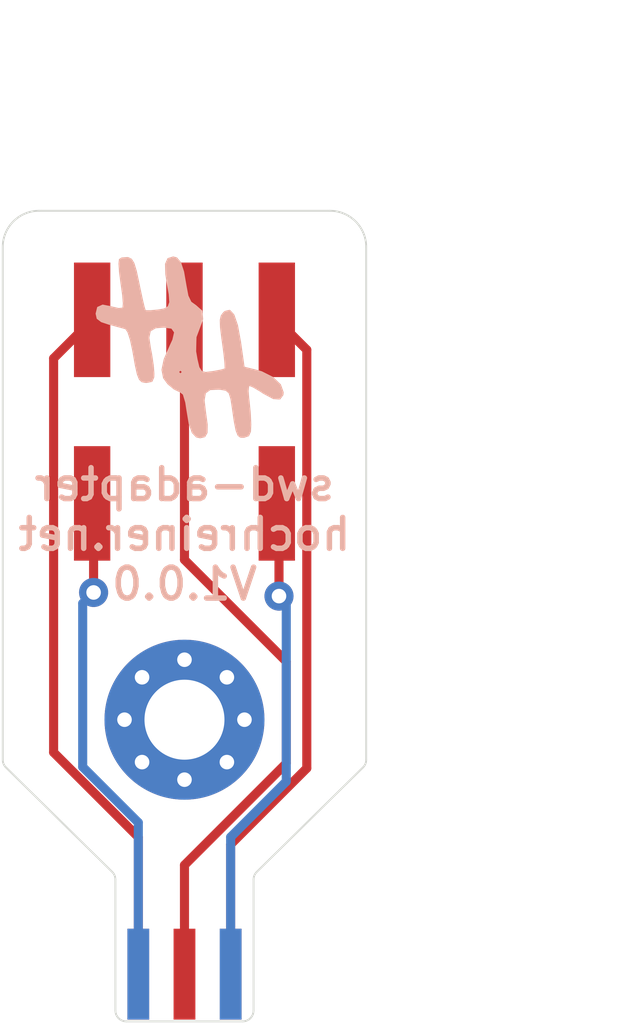
<source format=kicad_pcb>
(kicad_pcb (version 20171130) (host pcbnew 5.1.10-1.fc34)

  (general
    (thickness 0.8)
    (drawings 20)
    (tracks 27)
    (zones 0)
    (modules 4)
    (nets 6)
  )

  (page A4)
  (layers
    (0 F.Cu signal)
    (31 B.Cu signal)
    (32 B.Adhes user)
    (33 F.Adhes user)
    (34 B.Paste user)
    (35 F.Paste user)
    (36 B.SilkS user)
    (37 F.SilkS user)
    (38 B.Mask user)
    (39 F.Mask user)
    (40 Dwgs.User user)
    (41 Cmts.User user)
    (42 Eco1.User user)
    (43 Eco2.User user)
    (44 Edge.Cuts user)
    (45 Margin user)
    (46 B.CrtYd user)
    (47 F.CrtYd user)
    (48 B.Fab user)
    (49 F.Fab user hide)
  )

  (setup
    (last_trace_width 0.25)
    (trace_clearance 0.2)
    (zone_clearance 0.508)
    (zone_45_only no)
    (trace_min 0.2)
    (via_size 0.8)
    (via_drill 0.4)
    (via_min_size 0.4)
    (via_min_drill 0.3)
    (uvia_size 0.3)
    (uvia_drill 0.1)
    (uvias_allowed no)
    (uvia_min_size 0.2)
    (uvia_min_drill 0.1)
    (edge_width 0.05)
    (segment_width 0.2)
    (pcb_text_width 0.3)
    (pcb_text_size 1.5 1.5)
    (mod_edge_width 0.12)
    (mod_text_size 1 1)
    (mod_text_width 0.15)
    (pad_size 1.524 1.524)
    (pad_drill 0.762)
    (pad_to_mask_clearance 0)
    (aux_axis_origin 0 0)
    (visible_elements FFFFFF7F)
    (pcbplotparams
      (layerselection 0x010fc_ffffffff)
      (usegerberextensions false)
      (usegerberattributes true)
      (usegerberadvancedattributes true)
      (creategerberjobfile true)
      (excludeedgelayer true)
      (linewidth 0.100000)
      (plotframeref false)
      (viasonmask false)
      (mode 1)
      (useauxorigin false)
      (hpglpennumber 1)
      (hpglpenspeed 20)
      (hpglpendiameter 15.000000)
      (psnegative false)
      (psa4output false)
      (plotreference true)
      (plotvalue true)
      (plotinvisibletext false)
      (padsonsilk false)
      (subtractmaskfromsilk false)
      (outputformat 1)
      (mirror false)
      (drillshape 1)
      (scaleselection 1)
      (outputdirectory ""))
  )

  (net 0 "")
  (net 1 "Net-(SW1-Pad5)")
  (net 2 "Net-(SW1-Pad1)")
  (net 3 "Net-(SW1-Pad2)")
  (net 4 "Net-(SW1-Pad4)")
  (net 5 "Net-(SW1-Pad6)")

  (net_class Default "This is the default net class."
    (clearance 0.2)
    (trace_width 0.25)
    (via_dia 0.8)
    (via_drill 0.4)
    (uvia_dia 0.3)
    (uvia_drill 0.1)
    (add_net "Net-(SW1-Pad1)")
    (add_net "Net-(SW1-Pad2)")
    (add_net "Net-(SW1-Pad4)")
    (add_net "Net-(SW1-Pad5)")
    (add_net "Net-(SW1-Pad6)")
  )

  (module HH_Hochreiner:logo_small (layer B.Cu) (tedit 0) (tstamp 60BA7A6D)
    (at 160.1 92.8)
    (path /60BA8B88)
    (fp_text reference L1 (at 0 0) (layer B.SilkS) hide
      (effects (font (size 1.524 1.524) (thickness 0.3)) (justify mirror))
    )
    (fp_text value Logo_small (at 0.75 0) (layer B.SilkS) hide
      (effects (font (size 1.524 1.524) (thickness 0.3)) (justify mirror))
    )
    (fp_poly (pts (xy 0.465236 2.422948) (xy 0.530842 2.307894) (xy 0.535277 2.083323) (xy 0.488182 1.744091)
      (xy 0.449184 1.414977) (xy 0.483155 1.21879) (xy 0.607437 1.128527) (xy 0.839369 1.117181)
      (xy 0.888292 1.120943) (xy 1.034953 1.145814) (xy 1.119274 1.216667) (xy 1.16936 1.376768)
      (xy 1.205097 1.608667) (xy 1.261547 1.997054) (xy 1.311193 2.245814) (xy 1.365873 2.383621)
      (xy 1.437426 2.439153) (xy 1.537691 2.441086) (xy 1.548159 2.439663) (xy 1.670976 2.395075)
      (xy 1.724311 2.275301) (xy 1.733929 2.074333) (xy 1.718958 1.755685) (xy 1.684542 1.418485)
      (xy 1.678485 1.375833) (xy 1.659278 1.157547) (xy 1.673899 1.029785) (xy 1.689574 1.016)
      (xy 1.793147 1.059839) (xy 1.979341 1.170519) (xy 2.073446 1.232532) (xy 2.344007 1.376859)
      (xy 2.528326 1.388556) (xy 2.617537 1.268285) (xy 2.624666 1.191289) (xy 2.546366 0.97609)
      (xy 2.335579 0.776082) (xy 2.028479 0.621567) (xy 1.897118 0.58185) (xy 1.548405 0.494043)
      (xy 1.450957 -0.195033) (xy 1.36686 -0.652349) (xy 1.266485 -0.943845) (xy 1.148104 -1.072411)
      (xy 1.00999 -1.040933) (xy 0.96731 -1.003596) (xy 0.903475 -0.917057) (xy 0.875335 -0.795063)
      (xy 0.881333 -0.597439) (xy 0.919911 -0.284012) (xy 0.935275 -0.177307) (xy 0.978243 0.143689)
      (xy 1.004097 0.392744) (xy 1.008864 0.52895) (xy 1.005131 0.542163) (xy 0.908912 0.571095)
      (xy 0.711038 0.608916) (xy 0.659985 0.617074) (xy 0.482334 0.638073) (xy 0.372912 0.611242)
      (xy 0.305357 0.503871) (xy 0.253302 0.283253) (xy 0.215665 0.065859) (xy 0.225584 -0.322831)
      (xy 0.292939 -0.501437) (xy 0.410131 -0.819539) (xy 0.385195 -1.049988) (xy 0.218148 -1.197785)
      (xy 0.084349 -1.294268) (xy 0.0032 -1.463689) (xy -0.046372 -1.725137) (xy -0.116624 -2.128753)
      (xy -0.201185 -2.384425) (xy -0.309628 -2.513477) (xy -0.41218 -2.54) (xy -0.562351 -2.492387)
      (xy -0.631205 -2.337165) (xy -0.623541 -2.055759) (xy -0.590322 -1.850298) (xy -0.529243 -1.502146)
      (xy -0.51428 -1.285113) (xy -0.555939 -1.164773) (xy -0.664725 -1.106698) (xy -0.8255 -1.079612)
      (xy -1.037366 -1.059647) (xy -1.161832 -1.060095) (xy -1.171484 -1.063555) (xy -1.199854 -1.151556)
      (xy -1.250898 -1.365911) (xy -1.315337 -1.66668) (xy -1.340817 -1.792372) (xy -1.416332 -2.14261)
      (xy -1.481492 -2.35844) (xy -1.550922 -2.472933) (xy -1.639244 -2.519162) (xy -1.664178 -2.523675)
      (xy -1.831716 -2.510453) (xy -1.898698 -2.465531) (xy -1.911383 -2.345401) (xy -1.895812 -2.108526)
      (xy -1.855393 -1.804509) (xy -1.851704 -1.781894) (xy -1.809677 -1.481087) (xy -1.791653 -1.249955)
      (xy -1.801075 -1.134815) (xy -1.803363 -1.131749) (xy -1.910934 -1.120144) (xy -2.091179 -1.162591)
      (xy -2.350877 -1.214948) (xy -2.496661 -1.148507) (xy -2.54 -0.97001) (xy -2.509262 -0.832035)
      (xy -2.388927 -0.740219) (xy -2.180167 -0.671062) (xy -1.937294 -0.605061) (xy -1.759048 -0.55656)
      (xy -1.72431 -0.547085) (xy -1.663252 -0.456472) (xy -1.594265 -0.24347) (xy -1.531952 0.046481)
      (xy -1.530137 0.057079) (xy -1.461106 0.447524) (xy -1.404459 0.70036) (xy -1.346828 0.845341)
      (xy -1.274842 0.912221) (xy -1.175131 0.930753) (xy -1.137295 0.931333) (xy -0.988934 0.90216)
      (xy -0.935523 0.780857) (xy -0.931334 0.681501) (xy -0.949438 0.450069) (xy -0.995394 0.145989)
      (xy -1.025257 -0.006281) (xy -1.070771 -0.310006) (xy -1.032778 -0.488073) (xy -0.891964 -0.571518)
      (xy -0.661164 -0.59137) (xy -0.456718 -0.561522) (xy -0.381362 -0.455258) (xy -0.428031 -0.252126)
      (xy -0.494466 -0.108737) (xy -0.666306 0.281572) (xy -0.728609 0.575469) (xy -0.716801 0.635)
      (xy -0.254 0.635) (xy -0.211667 0.592667) (xy -0.169334 0.635) (xy -0.211667 0.677333)
      (xy -0.254 0.635) (xy -0.716801 0.635) (xy -0.683271 0.804038) (xy -0.560391 0.971307)
      (xy -0.384778 1.115248) (xy -0.238287 1.184288) (xy -0.225271 1.185334) (xy -0.139672 1.254628)
      (xy -0.074349 1.47148) (xy -0.043524 1.672167) (xy 0.021738 2.064222) (xy 0.106951 2.309823)
      (xy 0.222986 2.431607) (xy 0.332587 2.455333) (xy 0.465236 2.422948)) (layer B.SilkS) (width 0.01))
  )

  (module MountingHole:MountingHole_2.2mm_M2_Pad_Via (layer F.Cu) (tedit 56DDB9C7) (tstamp 60BA77B6)
    (at 160 103)
    (descr "Mounting Hole 2.2mm, M2")
    (tags "mounting hole 2.2mm m2")
    (path /60BA7420)
    (attr virtual)
    (fp_text reference H1 (at 0 -3.2) (layer F.SilkS) hide
      (effects (font (size 1 1) (thickness 0.15)))
    )
    (fp_text value MountingHole (at 0 3.2) (layer F.Fab)
      (effects (font (size 1 1) (thickness 0.15)))
    )
    (fp_text user %R (at 0.3 0) (layer F.Fab)
      (effects (font (size 1 1) (thickness 0.15)))
    )
    (fp_circle (center 0 0) (end 2.2 0) (layer Cmts.User) (width 0.15))
    (fp_circle (center 0 0) (end 2.45 0) (layer F.CrtYd) (width 0.05))
    (pad 1 thru_hole circle (at 1.166726 -1.166726) (size 0.7 0.7) (drill 0.4) (layers *.Cu *.Mask))
    (pad 1 thru_hole circle (at 0 -1.65) (size 0.7 0.7) (drill 0.4) (layers *.Cu *.Mask))
    (pad 1 thru_hole circle (at -1.166726 -1.166726) (size 0.7 0.7) (drill 0.4) (layers *.Cu *.Mask))
    (pad 1 thru_hole circle (at -1.65 0) (size 0.7 0.7) (drill 0.4) (layers *.Cu *.Mask))
    (pad 1 thru_hole circle (at -1.166726 1.166726) (size 0.7 0.7) (drill 0.4) (layers *.Cu *.Mask))
    (pad 1 thru_hole circle (at 0 1.65) (size 0.7 0.7) (drill 0.4) (layers *.Cu *.Mask))
    (pad 1 thru_hole circle (at 1.166726 1.166726) (size 0.7 0.7) (drill 0.4) (layers *.Cu *.Mask))
    (pad 1 thru_hole circle (at 1.65 0) (size 0.7 0.7) (drill 0.4) (layers *.Cu *.Mask))
    (pad 1 thru_hole circle (at 0 0) (size 4.4 4.4) (drill 2.2) (layers *.Cu *.Mask))
  )

  (module swd-adapter:swd_connector_1_27 (layer F.Cu) (tedit 60BA1D58) (tstamp 60BA76B0)
    (at 160 110)
    (path /60BA46A6)
    (fp_text reference SW2 (at 0 4.8) (layer F.SilkS) hide
      (effects (font (size 1 1) (thickness 0.15)))
    )
    (fp_text value swd_connector_1_27 (at 0 -4.7) (layer F.Fab)
      (effects (font (size 1 1) (thickness 0.15)))
    )
    (pad 5 smd rect (at 1.27 0) (size 0.6 2.5) (layers B.Cu B.Paste B.Mask)
      (net 1 "Net-(SW1-Pad5)"))
    (pad 2 smd rect (at -1.27 0) (size 0.6 2.5) (layers F.Cu F.Paste F.Mask)
      (net 3 "Net-(SW1-Pad2)"))
    (pad 6 smd rect (at 1.27 0) (size 0.6 2.5) (layers F.Cu F.Paste F.Mask)
      (net 5 "Net-(SW1-Pad6)"))
    (pad 1 smd rect (at -1.27 0) (size 0.6 2.5) (layers B.Cu B.Paste B.Mask)
      (net 2 "Net-(SW1-Pad1)"))
    (pad 4 smd rect (at 0 0) (size 0.6 2.5) (layers F.Cu F.Paste F.Mask)
      (net 4 "Net-(SW1-Pad4)"))
    (model /home/hannes/Repository/swd-adapter/freecad/swd_connector_1_27.step
      (at (xyz 0 0 0))
      (scale (xyz 1 1 1))
      (rotate (xyz 0 0 90))
    )
  )

  (module swd-adapter:swd_connector_2_54 (layer F.Cu) (tedit 60BA3A8F) (tstamp 60BA76A7)
    (at 160 94.525)
    (path /60BA514E)
    (fp_text reference SW1 (at 0 6.3) (layer F.SilkS) hide
      (effects (font (size 1 1) (thickness 0.15)))
    )
    (fp_text value swd_connector_2_45 (at 0 -5.1) (layer F.Fab)
      (effects (font (size 1 1) (thickness 0.15)))
    )
    (pad 5 smd rect (at 2.54 2.525) (size 1 3.15) (layers F.Cu F.Paste F.Mask)
      (net 1 "Net-(SW1-Pad5)"))
    (pad 1 smd rect (at -2.54 2.525) (size 1 3.15) (layers F.Cu F.Paste F.Mask)
      (net 2 "Net-(SW1-Pad1)"))
    (pad 6 smd rect (at 2.54 -2.525) (size 1 3.15) (layers F.Cu F.Paste F.Mask)
      (net 5 "Net-(SW1-Pad6)"))
    (pad 2 smd rect (at -2.54 -2.525) (size 1 3.15) (layers F.Cu F.Paste F.Mask)
      (net 3 "Net-(SW1-Pad2)"))
    (pad 4 smd rect (at 0 -2.525) (size 1 3.15) (layers F.Cu F.Paste F.Mask)
      (net 4 "Net-(SW1-Pad4)"))
    (model /home/hannes/Repository/swd-adapter/freecad/swd_connector_2_54.step
      (at (xyz 0 0 0))
      (scale (xyz 1 1 1))
      (rotate (xyz 0 0 0))
    )
  )

  (gr_text "swd-adapter\nhochreiner.net\nV1.0.0" (at 160 97.9) (layer B.SilkS)
    (effects (font (size 0.85 0.85) (thickness 0.15)) (justify mirror))
  )
  (dimension 10 (width 0.15) (layer Dwgs.User)
    (gr_text "10.000 mm" (at 160 83.9) (layer Dwgs.User)
      (effects (font (size 1 1) (thickness 0.15)))
    )
    (feature1 (pts (xy 155 88.999999) (xy 155 84.613579)))
    (feature2 (pts (xy 165 88.999999) (xy 165 84.613579)))
    (crossbar (pts (xy 165 85.2) (xy 155 85.2)))
    (arrow1a (pts (xy 155 85.2) (xy 156.126504 84.613579)))
    (arrow1b (pts (xy 155 85.2) (xy 156.126504 85.786421)))
    (arrow2a (pts (xy 165 85.2) (xy 163.873496 84.613579)))
    (arrow2b (pts (xy 165 85.2) (xy 163.873496 85.786421)))
  )
  (dimension 18.3 (width 0.15) (layer Dwgs.User) (tstamp 60BA78E2)
    (gr_text "18.300 mm" (at 170.8 98.15 90) (layer Dwgs.User) (tstamp 60BA78E3)
      (effects (font (size 1 1) (thickness 0.15)))
    )
    (feature1 (pts (xy 165 89) (xy 170.086421 89)))
    (feature2 (pts (xy 165 107.3) (xy 170.086421 107.3)))
    (crossbar (pts (xy 169.5 107.3) (xy 169.5 89)))
    (arrow1a (pts (xy 169.5 89) (xy 170.086421 90.126504)))
    (arrow1b (pts (xy 169.5 89) (xy 168.913579 90.126504)))
    (arrow2a (pts (xy 169.5 107.3) (xy 170.086421 106.173496)))
    (arrow2b (pts (xy 169.5 107.3) (xy 168.913579 106.173496)))
  )
  (dimension 4 (width 0.15) (layer Dwgs.User)
    (gr_text "4.000 mm" (at 170.8 109.3 90) (layer Dwgs.User)
      (effects (font (size 1 1) (thickness 0.15)))
    )
    (feature1 (pts (xy 162.2 107.3) (xy 170.086421 107.3)))
    (feature2 (pts (xy 162.2 111.3) (xy 170.086421 111.3)))
    (crossbar (pts (xy 169.5 111.3) (xy 169.5 107.3)))
    (arrow1a (pts (xy 169.5 107.3) (xy 170.086421 108.426504)))
    (arrow1b (pts (xy 169.5 107.3) (xy 168.913579 108.426504)))
    (arrow2a (pts (xy 169.5 111.3) (xy 170.086421 110.173496)))
    (arrow2b (pts (xy 169.5 111.3) (xy 168.913579 110.173496)))
  )
  (gr_arc (start 157.8 107.4) (end 158.1 107.4) (angle -45) (layer Edge.Cuts) (width 0.05) (tstamp 60BA7851))
  (gr_line (start 155 104.1) (end 155 90) (layer Edge.Cuts) (width 0.05) (tstamp 60BA7850))
  (gr_arc (start 156 90) (end 155 90) (angle 90) (layer Edge.Cuts) (width 0.05) (tstamp 60BA784F))
  (gr_line (start 158.012132 107.187868) (end 155.087868 104.312132) (layer Edge.Cuts) (width 0.05) (tstamp 60BA784E))
  (gr_arc (start 155.3 104.1) (end 155 104.1) (angle -45) (layer Edge.Cuts) (width 0.05) (tstamp 60BA784D))
  (gr_line (start 164 89) (end 156 89) (layer Edge.Cuts) (width 0.05))
  (gr_arc (start 164 90) (end 165 90) (angle -90) (layer Edge.Cuts) (width 0.05))
  (gr_arc (start 164.7 104.1) (end 165 104.1) (angle 45) (layer Edge.Cuts) (width 0.05))
  (gr_line (start 161.987868 107.187868) (end 164.912132 104.312132) (layer Edge.Cuts) (width 0.05))
  (gr_line (start 165 104.1) (end 165 90) (layer Edge.Cuts) (width 0.05))
  (gr_arc (start 162.2 107.4) (end 161.9 107.4) (angle 45) (layer Edge.Cuts) (width 0.05))
  (gr_arc (start 158.4 111) (end 158.1 111) (angle -90) (layer Edge.Cuts) (width 0.05))
  (gr_arc (start 161.6 111) (end 161.6 111.3) (angle -90) (layer Edge.Cuts) (width 0.05))
  (gr_line (start 158.1 111) (end 158.1 107.4) (layer Edge.Cuts) (width 0.05))
  (gr_line (start 161.9 111) (end 161.9 107.4) (layer Edge.Cuts) (width 0.05))
  (gr_line (start 158.4 111.3) (end 161.6 111.3) (layer Edge.Cuts) (width 0.05))

  (via (at 162.6 99.6) (size 0.8) (drill 0.4) (layers F.Cu B.Cu) (net 1))
  (segment (start 162.6 97.11) (end 162.54 97.05) (width 0.25) (layer F.Cu) (net 1))
  (segment (start 162.6 99.6) (end 162.6 97.11) (width 0.25) (layer F.Cu) (net 1))
  (segment (start 162.8 99.8) (end 162.6 99.6) (width 0.25) (layer B.Cu) (net 1))
  (segment (start 162.8 104.7) (end 162.8 99.8) (width 0.25) (layer B.Cu) (net 1))
  (segment (start 161.27 106.23) (end 162.8 104.7) (width 0.25) (layer B.Cu) (net 1))
  (segment (start 161.27 110) (end 161.27 106.23) (width 0.25) (layer B.Cu) (net 1))
  (via (at 157.5 99.5) (size 0.8) (drill 0.4) (layers F.Cu B.Cu) (net 2))
  (segment (start 157.5 97.09) (end 157.46 97.05) (width 0.25) (layer F.Cu) (net 2))
  (segment (start 157.5 99.5) (end 157.5 97.09) (width 0.25) (layer F.Cu) (net 2))
  (segment (start 157.2 104.3) (end 157.2 99.8) (width 0.25) (layer B.Cu) (net 2))
  (segment (start 157.2 99.8) (end 157.5 99.5) (width 0.25) (layer B.Cu) (net 2))
  (segment (start 158.73 105.83) (end 157.2 104.3) (width 0.25) (layer B.Cu) (net 2))
  (segment (start 158.73 110) (end 158.73 105.83) (width 0.25) (layer B.Cu) (net 2))
  (segment (start 156.4 93.06) (end 157.46 92) (width 0.25) (layer F.Cu) (net 3))
  (segment (start 156.4 103.9) (end 156.4 93.06) (width 0.25) (layer F.Cu) (net 3))
  (segment (start 158.73 106.23) (end 156.4 103.9) (width 0.25) (layer F.Cu) (net 3))
  (segment (start 158.73 110) (end 158.73 106.23) (width 0.25) (layer F.Cu) (net 3))
  (segment (start 160 98.6) (end 160 92) (width 0.25) (layer F.Cu) (net 4))
  (segment (start 162.8 104.2) (end 162.8 101.4) (width 0.25) (layer F.Cu) (net 4))
  (segment (start 162.8 101.4) (end 160 98.6) (width 0.25) (layer F.Cu) (net 4))
  (segment (start 160 107) (end 162.8 104.2) (width 0.25) (layer F.Cu) (net 4))
  (segment (start 160 110) (end 160 107) (width 0.25) (layer F.Cu) (net 4))
  (segment (start 163.365001 92.825001) (end 162.54 92) (width 0.25) (layer F.Cu) (net 5))
  (segment (start 163.365001 104.334999) (end 163.365001 92.825001) (width 0.25) (layer F.Cu) (net 5))
  (segment (start 161.27 106.43) (end 163.365001 104.334999) (width 0.25) (layer F.Cu) (net 5))
  (segment (start 161.27 110) (end 161.27 106.43) (width 0.25) (layer F.Cu) (net 5))

)

</source>
